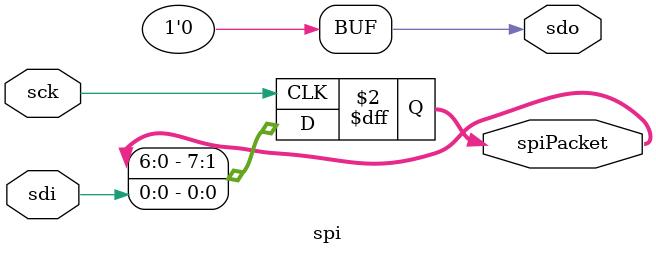
<source format=sv>
module spi (input  logic       sck, sdi,
            output logic       sdo,
            output logic [7:0] spiPacket);

  logic [7:0] spiPacketCaptured;

  always_ff @(posedge sck)
    {spiPacketCaptured, spiPacket} = {spiPacket[6:0], sdi}; // this logic doesn't seem quite right yet

  assign sdo = 0;
endmodule

</source>
